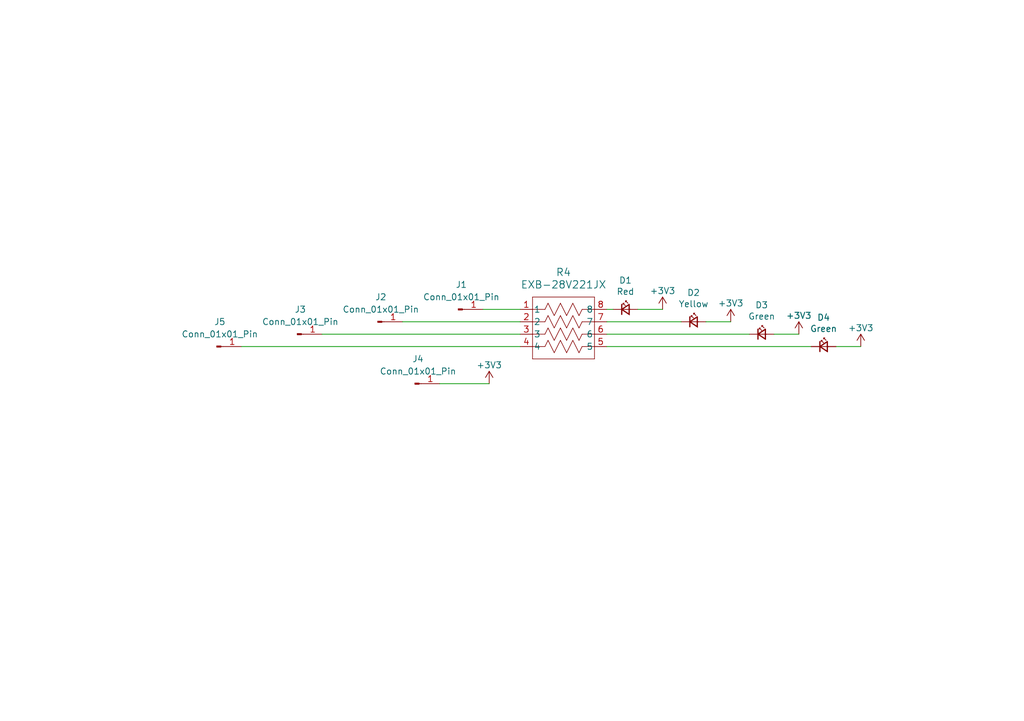
<source format=kicad_sch>
(kicad_sch (version 20231120) (generator "eeschema") (generator_version "8.0")
  (paper "A5")
  (title_block (title "N Scale Traffic Light") (date "2024-09-23") (rev "1.0.0"))
  (lib_symbols
    (symbol "Connector:Conn_01x01_Pin" (pin_names (offset 1.016) hide)
      (property "Reference" "J" (at 0 2.54 0))
      (property "Value" "Conn_01x01_Pin" (at 0 -2.54 0))
      (symbol "Conn_01x01_Pin_1_1"
        (polyline (pts (xy 1.27 0) (xy 0.8636 0)) (stroke (width 0.1524)))
        (rectangle (start 0.8636 0.127) (end 0 -0.127) (stroke (width 0.1524)) (fill (type outline)))
        (pin passive line (at 5.08 0 180) (length 3.81) (name "Pin_1") (number "1"))
      )
    )
    (symbol "Device:LED_Small" (pin_numbers hide) (pin_names (offset 0.254) hide)
      (property "Reference" "D" (at -1.27 3.175 0))
      (property "Value" "LED_Small" (at -4.445 -2.54 0))
      (symbol "LED_Small_0_1"
        (polyline (pts (xy -0.762 -1.016) (xy -0.762 1.016)) (stroke (width 0.254)))
        (polyline (pts (xy 1.016 0) (xy -0.762 0)))
        (polyline (pts (xy 0.762 -1.016) (xy -0.762 0) (xy 0.762 1.016) (xy 0.762 -1.016)) (stroke (width 0.254)))
        (polyline (pts (xy 0 0.762) (xy -0.508 1.27) (xy -0.254 1.27) (xy -0.508 1.27) (xy -0.508 1.016)))
        (polyline (pts (xy 0.508 1.27) (xy 0 1.778) (xy 0.254 1.778) (xy 0 1.778) (xy 0 1.524)))
      )
      (symbol "LED_Small_1_1"
        (pin passive line (at -2.54 0 0) (length 1.778) (name "K") (number "1"))
        (pin passive line (at 2.54 0 180) (length 1.778) (name "A") (number "2"))
      )
    )
    (symbol "ResistorNetwork:EXB-28V221JX" (pin_names (offset 0.254))
      (property "Reference" "R" (at 8.382 9.144 0))
      (property "Value" "EXB-28V221JX" (at 8.89 5.588 0))
      (symbol "EXB-28V221JX_0_1"
        (polyline (pts (xy 2.54 -10.16) (xy 15.24 -10.16)) (stroke (width 0.127)))
        (polyline (pts (xy 2.54 -7.62) (xy 5.08 -7.62)) (stroke (width 0.127)))
        (polyline (pts (xy 2.54 -5.08) (xy 5.08 -5.08)) (stroke (width 0.127)))
        (polyline (pts (xy 2.54 -2.54) (xy 5.08 -2.54)) (stroke (width 0.127)))
        (polyline (pts (xy 2.54 0) (xy 5.08 0)) (stroke (width 0.127)))
        (polyline (pts (xy 2.54 2.54) (xy 2.54 -10.16)) (stroke (width 0.127)))
        (polyline (pts (xy 5.08 -7.62) (xy 5.715 -6.35)) (stroke (width 0.127)))
        (polyline (pts (xy 5.08 -5.08) (xy 5.715 -3.81)) (stroke (width 0.127)))
        (polyline (pts (xy 5.08 -2.54) (xy 5.715 -1.27)) (stroke (width 0.127)))
        (polyline (pts (xy 5.08 0) (xy 5.715 1.27)) (stroke (width 0.127)))
        (polyline (pts (xy 5.715 -6.35) (xy 6.985 -8.89)) (stroke (width 0.127)))
        (polyline (pts (xy 5.715 -3.81) (xy 6.985 -6.35)) (stroke (width 0.127)))
        (polyline (pts (xy 5.715 -1.27) (xy 6.985 -3.81)) (stroke (width 0.127)))
        (polyline (pts (xy 5.715 1.27) (xy 6.985 -1.27)) (stroke (width 0.127)))
        (polyline (pts (xy 6.985 -8.89) (xy 8.255 -6.35)) (stroke (width 0.127)))
        (polyline (pts (xy 6.985 -6.35) (xy 8.255 -3.81)) (stroke (width 0.127)))
        (polyline (pts (xy 6.985 -3.81) (xy 8.255 -1.27)) (stroke (width 0.127)))
        (polyline (pts (xy 6.985 -1.27) (xy 8.255 1.27)) (stroke (width 0.127)))
        (polyline (pts (xy 8.255 -6.35) (xy 9.525 -8.89)) (stroke (width 0.127)))
        (polyline (pts (xy 8.255 -3.81) (xy 9.525 -6.35)) (stroke (width 0.127)))
        (polyline (pts (xy 8.255 -1.27) (xy 9.525 -3.81)) (stroke (width 0.127)))
        (polyline (pts (xy 8.255 1.27) (xy 9.525 -1.27)) (stroke (width 0.127)))
        (polyline (pts (xy 9.525 -8.89) (xy 10.795 -6.35)) (stroke (width 0.127)))
        (polyline (pts (xy 9.525 -6.35) (xy 10.795 -3.81)) (stroke (width 0.127)))
        (polyline (pts (xy 9.525 -3.81) (xy 10.795 -1.27)) (stroke (width 0.127)))
        (polyline (pts (xy 9.525 -1.27) (xy 10.795 1.27)) (stroke (width 0.127)))
        (polyline (pts (xy 10.795 -6.35) (xy 12.065 -8.89)) (stroke (width 0.127)))
        (polyline (pts (xy 10.795 -3.81) (xy 12.065 -6.35)) (stroke (width 0.127)))
        (polyline (pts (xy 10.795 -1.27) (xy 12.065 -3.81)) (stroke (width 0.127)))
        (polyline (pts (xy 10.795 1.27) (xy 12.065 -1.27)) (stroke (width 0.127)))
        (polyline (pts (xy 12.065 -8.89) (xy 12.7 -7.62)) (stroke (width 0.127)))
        (polyline (pts (xy 12.065 -6.35) (xy 12.7 -5.08)) (stroke (width 0.127)))
        (polyline (pts (xy 12.065 -3.81) (xy 12.7 -2.54)) (stroke (width 0.127)))
        (polyline (pts (xy 12.065 -1.27) (xy 12.7 0)) (stroke (width 0.127)))
        (polyline (pts (xy 12.7 -7.62) (xy 15.24 -7.62)) (stroke (width 0.127)))
        (polyline (pts (xy 12.7 -5.08) (xy 15.24 -5.08)) (stroke (width 0.127)))
        (polyline (pts (xy 12.7 -2.54) (xy 15.24 -2.54)) (stroke (width 0.127)))
        (polyline (pts (xy 12.7 0) (xy 15.24 0)) (stroke (width 0.127)))
        (polyline (pts (xy 15.24 2.54) (xy 2.54 2.54)) (stroke (width 0.127)))
        (polyline (pts (xy 15.24 2.54) (xy 15.24 -10.16)) (stroke (width 0.127)))
        (pin unspecified line (at 0 0 0) (length 2.54) (name "1") (number "1"))
        (pin unspecified line (at 0 -2.54 0) (length 2.54) (name "2") (number "2"))
        (pin unspecified line (at 0 -5.08 0) (length 2.54) (name "3") (number "3"))
        (pin unspecified line (at 0 -7.62 0) (length 2.54) (name "4") (number "4"))
        (pin unspecified line (at 17.78 -7.62 180) (length 2.54) (name "5") (number "5"))
        (pin unspecified line (at 17.78 -5.08 180) (length 2.54) (name "6") (number "6"))
        (pin unspecified line (at 17.78 -2.54 180) (length 2.54) (name "7") (number "7"))
        (pin unspecified line (at 17.78 0 180) (length 2.54) (name "8") (number "8"))
      )
    )
    (symbol "power:+3V3" (power) (pin_names (offset 0))
      (property "Value" "+3V3" (at 0 3.556 0))
      (symbol "+3V3_0_1"
        (polyline (pts (xy -0.762 1.27) (xy 0 2.54)))
        (polyline (pts (xy 0 0) (xy 0 2.54)))
        (polyline (pts (xy 0 2.54) (xy 0.762 1.27)))
      )
      (symbol "+3V3_1_1"
        (pin power_in line (at 0 0 90) (length 0) hide (name "+3V3") (number "1"))
      )
    )
  )
  (wire (pts (xy 66.04 68.58) (xy 106.68 68.58)))
  (wire (pts (xy 171.45 71.12) (xy 176.53 71.12)))
  (wire (pts (xy 125.73 63.5) (xy 124.46 63.5)))
  (wire (pts (xy 158.75 68.58) (xy 163.83 68.58)))
  (wire (pts (xy 124.46 68.58) (xy 153.67 68.58)))
  (wire (pts (xy 124.46 71.12) (xy 166.37 71.12)))
  (wire (pts (xy 82.55 66.04) (xy 106.68 66.04)))
  (wire (pts (xy 124.46 66.04) (xy 139.7 66.04)))
  (wire (pts (xy 90.17 78.74) (xy 100.33 78.74)))
  (wire (pts (xy 99.06 63.5) (xy 106.68 63.5)))
  (wire (pts (xy 49.53 71.12) (xy 106.68 71.12)))
  (wire (pts (xy 130.81 63.5) (xy 135.89 63.5)))
  (wire (pts (xy 144.78 66.04) (xy 149.86 66.04)))
  (symbol (lib_id "power:+3V3") (at 135.89 63.5 0) (unit 1)
    (property "Reference" "#PWR01" (effects (hide yes)))
    (property "Value" "+3V3" (at 135.89 59.69 0))
  )
  (symbol (lib_id "Connector:Conn_01x01_Pin") (at 60.96 68.58 0) (unit 1)
    (property "Reference" "J3" (at 61.595 63.5 0))
    (property "Value" "Conn_01x01_Pin" (at 61.595 66.04 0))
    (property "Footprint" "Connector_Wire:SolderWirePad_1x01_SMD_1x2mm" (effects (hide yes)))
    (property "Description" "Generic connector, single row, 01x01, script generated" (effects (hide yes)))
  )
  (symbol (lib_id "Device:LED_Small") (at 128.27 63.5 0) (unit 1)
    (property "Reference" "D1" (at 128.27 57.531 0))
    (property "Value" "Red" (at 128.27 59.8424 0))
    (property "Footprint" "LED_SMD:LED_0402_1005Metric" (effects (hide yes)))
    (property "Mouser" "710-150060VS55040" (effects (hide yes)))
  )
  (symbol (lib_id "power:+3V3") (at 100.33 78.74 0) (unit 1)
    (property "Reference" "#PWR02" (effects (hide yes)))
    (property "Value" "+3V3" (at 100.33 74.93 0))
  )
  (symbol (lib_id "Device:LED_Small") (at 156.21 68.58 0) (unit 1)
    (property "Reference" "D3" (at 156.21 62.611 0))
    (property "Value" "Green" (at 156.21 64.9224 0))
    (property "Footprint" "LED_SMD:LED_0402_1005Metric" (effects (hide yes)))
    (property "Mouser" "710-150060VS55040" (effects (hide yes)))
  )
  (symbol (lib_id "Device:LED_Small") (at 168.91 71.12 0) (unit 1)
    (property "Reference" "D4" (at 168.91 65.151 0))
    (property "Value" "Green" (at 168.91 67.4624 0))
    (property "Footprint" "LED_SMD:LED_0402_1005Metric" (effects (hide yes)))
    (property "Mouser" "710-150060VS55040" (effects (hide yes)))
  )
  (symbol (lib_id "ResistorNetwork:EXB-28V221JX") (at 106.68 63.5 0) (unit 1)
    (property "Reference" "R4" (at 115.57 55.88 0) (effects (font (size 1.524 1.524))))
    (property "Value" "EXB-28V221JX" (at 115.57 58.42 0) (effects (font (size 1.524 1.524))))
    (property "Footprint" "footprints:EXB28V_PAN" (effects (hide yes)))
    (property "Datasheet" "EXB-28V221JX" (effects (hide yes)))
  )
  (symbol (lib_id "Connector:Conn_01x01_Pin") (at 77.47 66.04 0) (unit 1)
    (property "Reference" "J2" (at 78.105 60.96 0))
    (property "Value" "Conn_01x01_Pin" (at 78.105 63.5 0))
    (property "Footprint" "Connector_Wire:SolderWirePad_1x01_SMD_1x2mm" (effects (hide yes)))
    (property "Description" "Generic connector, single row, 01x01, script generated" (effects (hide yes)))
  )
  (symbol (lib_id "Connector:Conn_01x01_Pin") (at 93.98 63.5 0) (unit 1)
    (property "Reference" "J1" (at 94.615 58.42 0))
    (property "Value" "Conn_01x01_Pin" (at 94.615 60.96 0))
    (property "Footprint" "Connector_Wire:SolderWirePad_1x01_SMD_1x2mm" (effects (hide yes)))
    (property "Description" "Generic connector, single row, 01x01, script generated" (effects (hide yes)))
  )
  (symbol (lib_id "Connector:Conn_01x01_Pin") (at 44.45 71.12 0) (unit 1)
    (property "Reference" "J5" (at 45.085 66.04 0))
    (property "Value" "Conn_01x01_Pin" (at 45.085 68.58 0))
    (property "Footprint" "Connector_Wire:SolderWirePad_1x01_SMD_1x2mm" (effects (hide yes)))
    (property "Description" "Generic connector, single row, 01x01, script generated" (effects (hide yes)))
  )
  (symbol (lib_id "power:+3V3") (at 176.53 71.12 0) (unit 1)
    (property "Reference" "#PWR03" (effects (hide yes)))
    (property "Value" "+3V3" (at 176.53 67.31 0))
  )
  (symbol (lib_id "power:+3V3") (at 149.86 66.04 0) (unit 1)
    (property "Reference" "#PWR04" (effects (hide yes)))
    (property "Value" "+3V3" (at 149.86 62.23 0))
  )
  (symbol (lib_id "Connector:Conn_01x01_Pin") (at 85.09 78.74 0) (unit 1)
    (property "Reference" "J4" (at 85.725 73.66 0))
    (property "Value" "Conn_01x01_Pin" (at 85.725 76.2 0))
    (property "Footprint" "Connector_Wire:SolderWirePad_1x01_SMD_1x2mm" (effects (hide yes)))
    (property "Description" "Generic connector, single row, 01x01, script generated" (effects (hide yes)))
  )
  (symbol (lib_id "Device:LED_Small") (at 142.24 66.04 0) (unit 1)
    (property "Reference" "D2" (at 142.24 60.071 0))
    (property "Value" "Yellow" (at 142.24 62.3824 0))
    (property "Footprint" "LED_SMD:LED_0402_1005Metric" (effects (hide yes)))
    (property "Mouser" "710-150060VS55040" (effects (hide yes)))
  )
  (symbol (lib_id "power:+3V3") (at 163.83 68.58 0) (unit 1)
    (property "Reference" "#PWR06" (effects (hide yes)))
    (property "Value" "+3V3" (at 163.83 64.77 0))
  )
)
</source>
